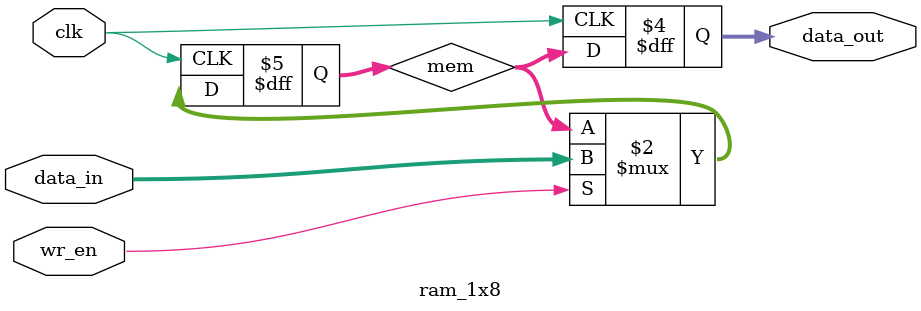
<source format=v>
/*
      Guia_1203.v  
      806937 - FELIPE PEREIRA DA SILVA
      ------------------------------------------------
      Compilar  => iverilog -o programa.vvp programa.v
      Executar  => vvp programa.vvp
*/

module ram_2x8 (
    
    input wire clk,
    input wire wr_en,
    input wire addr,
    input wire [7:0] data_in,
    output wire [7:0] data_out
);


  wire [7:0] data_out0, data_out1;


  wire wr_en0 = wr_en & ~addr;
  wire wr_en1 = wr_en & addr;


  ram_1x8 ram0 (
      .clk(clk),
      .wr_en(wr_en0),
      .data_in(data_in),
      .data_out(data_out0)
  );

  ram_1x8 ram1 (
      .clk(clk),
      .wr_en(wr_en1),
      .data_in(data_in),
      .data_out(data_out1)
  );


  assign data_out = addr ? data_out1 : data_out0;

endmodule


module ram_1x8 (
    input wire clk,
    input wire wr_en,
    input wire [7:0] data_in,
    output reg [7:0] data_out
);
  reg [7:0] mem;

  always @(posedge clk) begin
    if (wr_en) begin
      mem <= data_in;
    end
    data_out <= mem;
  end
endmodule

</source>
